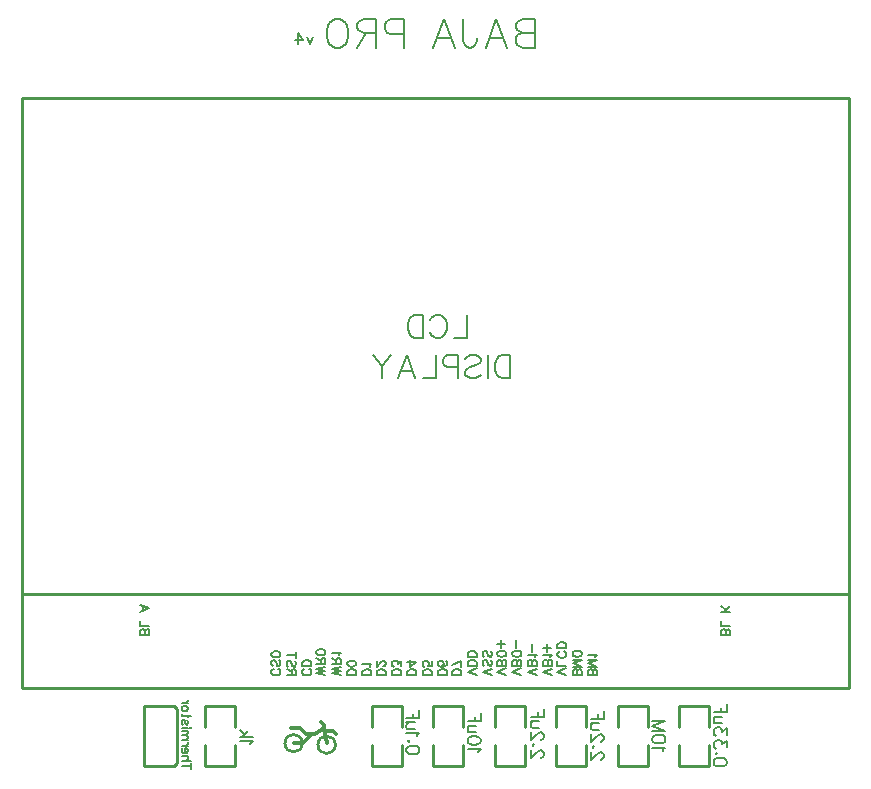
<source format=gbo>
G04 Layer: BottomSilkLayer*
G04 EasyEDA v6.4.25, 2021-11-06T18:35:38+01:00*
G04 257399e89a0843229902440734c7eb75,b8d8dd1b48584f29be867e52f4c70977,10*
G04 Gerber Generator version 0.2*
G04 Scale: 100 percent, Rotated: No, Reflected: No *
G04 Dimensions in millimeters *
G04 leading zeros omitted , absolute positions ,4 integer and 5 decimal *
%FSLAX45Y45*%
%MOMM*%

%ADD10C,0.2540*%
%ADD31C,0.2032*%
%ADD33C,0.1524*%
%ADD34C,0.3500*%

%LPD*%
D31*
X4504568Y-101600D02*
G01*
X4504568Y-340235D01*
X4504568Y-101600D02*
G01*
X4402294Y-101600D01*
X4368205Y-112963D01*
X4356841Y-124327D01*
X4345477Y-147055D01*
X4345477Y-169781D01*
X4356841Y-192509D01*
X4368205Y-203873D01*
X4402294Y-215237D01*
X4504568Y-215237D02*
G01*
X4402294Y-215237D01*
X4368205Y-226601D01*
X4356841Y-237964D01*
X4345477Y-260690D01*
X4345477Y-294782D01*
X4356841Y-317510D01*
X4368205Y-328874D01*
X4402294Y-340235D01*
X4504568Y-340235D01*
X4179567Y-101600D02*
G01*
X4270476Y-340235D01*
X4179567Y-101600D02*
G01*
X4088658Y-340235D01*
X4236387Y-260690D02*
G01*
X4122750Y-260690D01*
X3900022Y-101600D02*
G01*
X3900022Y-283418D01*
X3911386Y-317510D01*
X3922750Y-328874D01*
X3945478Y-340235D01*
X3968203Y-340235D01*
X3990931Y-328874D01*
X4002295Y-317510D01*
X4013659Y-283418D01*
X4013659Y-260690D01*
X3734114Y-101600D02*
G01*
X3825024Y-340235D01*
X3734114Y-101600D02*
G01*
X3643205Y-340235D01*
X3790932Y-260690D02*
G01*
X3677295Y-260690D01*
X3393203Y-101600D02*
G01*
X3393203Y-340235D01*
X3393203Y-101600D02*
G01*
X3290933Y-101600D01*
X3256841Y-112963D01*
X3245477Y-124327D01*
X3234113Y-147055D01*
X3234113Y-181145D01*
X3245477Y-203873D01*
X3256841Y-215237D01*
X3290933Y-226601D01*
X3393203Y-226601D01*
X3159114Y-101600D02*
G01*
X3159114Y-340235D01*
X3159114Y-101600D02*
G01*
X3056841Y-101600D01*
X3022749Y-112963D01*
X3011385Y-124327D01*
X3000021Y-147055D01*
X3000021Y-169781D01*
X3011385Y-192509D01*
X3022749Y-203873D01*
X3056841Y-215237D01*
X3159114Y-215237D01*
X3079569Y-215237D02*
G01*
X3000021Y-340235D01*
X2856842Y-101600D02*
G01*
X2879567Y-112963D01*
X2902295Y-135691D01*
X2913659Y-158417D01*
X2925023Y-192509D01*
X2925023Y-249326D01*
X2913659Y-283418D01*
X2902295Y-306146D01*
X2879567Y-328874D01*
X2856842Y-340235D01*
X2811386Y-340235D01*
X2788658Y-328874D01*
X2765933Y-306146D01*
X2754569Y-283418D01*
X2743205Y-249326D01*
X2743205Y-192509D01*
X2754569Y-158417D01*
X2765933Y-135691D01*
X2788658Y-112963D01*
X2811386Y-101600D01*
X2856842Y-101600D01*
X2629230Y-247718D02*
G01*
X2601955Y-311353D01*
X2574683Y-247718D02*
G01*
X2601955Y-311353D01*
X2499230Y-215900D02*
G01*
X2544683Y-279534D01*
X2476502Y-279534D01*
X2499230Y-215900D02*
G01*
X2499230Y-311353D01*
X4296986Y-2946397D02*
G01*
X4296986Y-3140359D01*
X4296986Y-2946397D02*
G01*
X4232330Y-2946397D01*
X4204622Y-2955632D01*
X4186148Y-2974106D01*
X4176913Y-2992579D01*
X4167677Y-3020288D01*
X4167677Y-3066470D01*
X4176913Y-3094179D01*
X4186148Y-3112650D01*
X4204622Y-3131124D01*
X4232330Y-3140359D01*
X4296986Y-3140359D01*
X4106717Y-2946397D02*
G01*
X4106717Y-3140359D01*
X3916446Y-2974106D02*
G01*
X3934919Y-2955632D01*
X3962628Y-2946397D01*
X3999575Y-2946397D01*
X4027284Y-2955632D01*
X4045757Y-2974106D01*
X4045757Y-2992579D01*
X4036519Y-3011050D01*
X4027284Y-3020288D01*
X4008810Y-3029524D01*
X3953393Y-3047997D01*
X3934919Y-3057232D01*
X3925684Y-3066470D01*
X3916446Y-3084941D01*
X3916446Y-3112650D01*
X3934919Y-3131124D01*
X3962628Y-3140359D01*
X3999575Y-3140359D01*
X4027284Y-3131124D01*
X4045757Y-3112650D01*
X3855486Y-2946397D02*
G01*
X3855486Y-3140359D01*
X3855486Y-2946397D02*
G01*
X3772359Y-2946397D01*
X3744650Y-2955632D01*
X3735415Y-2964870D01*
X3726177Y-2983341D01*
X3726177Y-3011050D01*
X3735415Y-3029524D01*
X3744650Y-3038759D01*
X3772359Y-3047997D01*
X3855486Y-3047997D01*
X3665217Y-2946397D02*
G01*
X3665217Y-3140359D01*
X3665217Y-3140359D02*
G01*
X3554382Y-3140359D01*
X3419530Y-2946397D02*
G01*
X3493422Y-3140359D01*
X3419530Y-2946397D02*
G01*
X3345639Y-3140359D01*
X3465713Y-3075706D02*
G01*
X3373348Y-3075706D01*
X3284679Y-2946397D02*
G01*
X3210788Y-3038759D01*
X3210788Y-3140359D01*
X3136897Y-2946397D02*
G01*
X3210788Y-3038759D01*
X3929606Y-2603497D02*
G01*
X3929606Y-2797462D01*
X3929606Y-2797462D02*
G01*
X3818768Y-2797462D01*
X3619263Y-2649679D02*
G01*
X3628499Y-2631206D01*
X3646972Y-2612735D01*
X3665446Y-2603497D01*
X3702390Y-2603497D01*
X3720863Y-2612735D01*
X3739337Y-2631206D01*
X3748572Y-2649679D01*
X3757808Y-2677388D01*
X3757808Y-2723570D01*
X3748572Y-2751279D01*
X3739337Y-2769753D01*
X3720863Y-2788226D01*
X3702390Y-2797462D01*
X3665446Y-2797462D01*
X3646972Y-2788226D01*
X3628499Y-2769753D01*
X3619263Y-2751279D01*
X3558303Y-2603497D02*
G01*
X3558303Y-2797462D01*
X3558303Y-2603497D02*
G01*
X3493648Y-2603497D01*
X3465939Y-2612735D01*
X3447465Y-2631206D01*
X3438230Y-2649679D01*
X3428994Y-2677388D01*
X3428994Y-2723570D01*
X3438230Y-2751279D01*
X3447465Y-2769753D01*
X3465939Y-2788226D01*
X3493648Y-2797462D01*
X3558303Y-2797462D01*
X2333162Y-5601268D02*
G01*
X2340528Y-5604824D01*
X2347894Y-5612190D01*
X2351450Y-5619302D01*
X2351450Y-5634034D01*
X2347894Y-5641146D01*
X2340528Y-5648512D01*
X2333162Y-5652068D01*
X2322240Y-5655878D01*
X2304206Y-5655878D01*
X2293284Y-5652068D01*
X2285918Y-5648512D01*
X2278806Y-5641146D01*
X2274996Y-5634034D01*
X2274996Y-5619302D01*
X2278806Y-5612190D01*
X2285918Y-5604824D01*
X2293284Y-5601268D01*
X2340528Y-5526338D02*
G01*
X2347894Y-5533704D01*
X2351450Y-5544626D01*
X2351450Y-5559104D01*
X2347894Y-5570026D01*
X2340528Y-5577138D01*
X2333162Y-5577138D01*
X2326050Y-5573582D01*
X2322240Y-5570026D01*
X2318684Y-5562660D01*
X2311318Y-5540816D01*
X2307762Y-5533704D01*
X2304206Y-5529894D01*
X2296840Y-5526338D01*
X2285918Y-5526338D01*
X2278806Y-5533704D01*
X2274996Y-5544626D01*
X2274996Y-5559104D01*
X2278806Y-5570026D01*
X2285918Y-5577138D01*
X2351450Y-5480618D02*
G01*
X2347894Y-5491540D01*
X2336972Y-5498652D01*
X2318684Y-5502208D01*
X2307762Y-5502208D01*
X2289728Y-5498652D01*
X2278806Y-5491540D01*
X2274996Y-5480618D01*
X2274996Y-5473252D01*
X2278806Y-5462330D01*
X2289728Y-5454964D01*
X2307762Y-5451408D01*
X2318684Y-5451408D01*
X2336972Y-5454964D01*
X2347894Y-5462330D01*
X2351450Y-5473252D01*
X2351450Y-5480618D01*
X2481425Y-5655746D02*
G01*
X2404971Y-5655746D01*
X2481425Y-5655746D02*
G01*
X2481425Y-5622980D01*
X2477869Y-5612058D01*
X2474059Y-5608502D01*
X2466947Y-5604946D01*
X2459581Y-5604946D01*
X2452469Y-5608502D01*
X2448659Y-5612058D01*
X2445103Y-5622980D01*
X2445103Y-5655746D01*
X2445103Y-5630346D02*
G01*
X2404971Y-5604946D01*
X2470503Y-5530016D02*
G01*
X2477869Y-5537128D01*
X2481425Y-5548050D01*
X2481425Y-5562782D01*
X2477869Y-5573704D01*
X2470503Y-5580816D01*
X2463137Y-5580816D01*
X2456025Y-5577260D01*
X2452469Y-5573704D01*
X2448659Y-5566338D01*
X2441547Y-5544494D01*
X2437737Y-5537128D01*
X2434181Y-5533572D01*
X2426815Y-5530016D01*
X2415893Y-5530016D01*
X2408781Y-5537128D01*
X2404971Y-5548050D01*
X2404971Y-5562782D01*
X2408781Y-5573704D01*
X2415893Y-5580816D01*
X2481425Y-5480486D02*
G01*
X2404971Y-5480486D01*
X2481425Y-5505886D02*
G01*
X2481425Y-5455086D01*
X2593134Y-5601345D02*
G01*
X2600500Y-5604901D01*
X2607866Y-5612267D01*
X2611422Y-5619379D01*
X2611422Y-5633857D01*
X2607866Y-5641223D01*
X2600500Y-5648589D01*
X2593134Y-5652145D01*
X2582466Y-5655701D01*
X2564178Y-5655701D01*
X2553256Y-5652145D01*
X2545890Y-5648589D01*
X2538778Y-5641223D01*
X2534968Y-5633857D01*
X2534968Y-5619379D01*
X2538778Y-5612267D01*
X2545890Y-5604901D01*
X2553256Y-5601345D01*
X2611422Y-5577215D02*
G01*
X2534968Y-5577215D01*
X2611422Y-5577215D02*
G01*
X2611422Y-5551815D01*
X2607866Y-5540893D01*
X2600500Y-5533527D01*
X2593134Y-5529971D01*
X2582466Y-5526415D01*
X2564178Y-5526415D01*
X2553256Y-5529971D01*
X2545890Y-5533527D01*
X2538778Y-5540893D01*
X2534968Y-5551815D01*
X2534968Y-5577215D01*
X2731424Y-5655810D02*
G01*
X2654970Y-5637522D01*
X2731424Y-5619488D02*
G01*
X2654970Y-5637522D01*
X2731424Y-5619488D02*
G01*
X2654970Y-5601200D01*
X2731424Y-5583166D02*
G01*
X2654970Y-5601200D01*
X2731424Y-5559036D02*
G01*
X2654970Y-5559036D01*
X2731424Y-5559036D02*
G01*
X2731424Y-5526270D01*
X2727868Y-5515348D01*
X2724058Y-5511792D01*
X2716946Y-5508236D01*
X2709580Y-5508236D01*
X2702468Y-5511792D01*
X2698658Y-5515348D01*
X2695102Y-5526270D01*
X2695102Y-5559036D01*
X2695102Y-5533636D02*
G01*
X2654970Y-5508236D01*
X2731424Y-5462262D02*
G01*
X2727868Y-5473184D01*
X2716946Y-5480550D01*
X2698658Y-5484106D01*
X2687736Y-5484106D01*
X2669702Y-5480550D01*
X2658780Y-5473184D01*
X2654970Y-5462262D01*
X2654970Y-5455150D01*
X2658780Y-5444228D01*
X2669702Y-5436862D01*
X2687736Y-5433306D01*
X2698658Y-5433306D01*
X2716946Y-5436862D01*
X2727868Y-5444228D01*
X2731424Y-5455150D01*
X2731424Y-5462262D01*
X2861424Y-5655762D02*
G01*
X2784970Y-5637474D01*
X2861424Y-5619440D02*
G01*
X2784970Y-5637474D01*
X2861424Y-5619440D02*
G01*
X2784970Y-5601152D01*
X2861424Y-5583118D02*
G01*
X2784970Y-5601152D01*
X2861424Y-5558988D02*
G01*
X2784970Y-5558988D01*
X2861424Y-5558988D02*
G01*
X2861424Y-5526222D01*
X2857868Y-5515300D01*
X2854058Y-5511744D01*
X2846946Y-5508188D01*
X2839580Y-5508188D01*
X2832468Y-5511744D01*
X2828658Y-5515300D01*
X2825102Y-5526222D01*
X2825102Y-5558988D01*
X2825102Y-5533588D02*
G01*
X2784970Y-5508188D01*
X2846946Y-5484058D02*
G01*
X2850502Y-5476946D01*
X2861424Y-5466024D01*
X2784970Y-5466024D01*
X2991426Y-5655716D02*
G01*
X2914972Y-5655716D01*
X2991426Y-5655716D02*
G01*
X2991426Y-5630316D01*
X2987870Y-5619394D01*
X2980504Y-5612028D01*
X2973138Y-5608472D01*
X2962470Y-5604916D01*
X2944182Y-5604916D01*
X2933260Y-5608472D01*
X2925894Y-5612028D01*
X2918782Y-5619394D01*
X2914972Y-5630316D01*
X2914972Y-5655716D01*
X2991426Y-5558942D02*
G01*
X2987870Y-5569864D01*
X2976948Y-5577230D01*
X2958660Y-5580786D01*
X2947738Y-5580786D01*
X2929704Y-5577230D01*
X2918782Y-5569864D01*
X2914972Y-5558942D01*
X2914972Y-5551830D01*
X2918782Y-5540908D01*
X2929704Y-5533542D01*
X2947738Y-5529986D01*
X2958660Y-5529986D01*
X2976948Y-5533542D01*
X2987870Y-5540908D01*
X2991426Y-5551830D01*
X2991426Y-5558942D01*
X3121423Y-5655665D02*
G01*
X3044969Y-5655665D01*
X3121423Y-5655665D02*
G01*
X3121423Y-5630265D01*
X3117867Y-5619343D01*
X3110501Y-5612231D01*
X3103135Y-5608421D01*
X3092467Y-5604865D01*
X3074179Y-5604865D01*
X3063257Y-5608421D01*
X3055891Y-5612231D01*
X3048779Y-5619343D01*
X3044969Y-5630265D01*
X3044969Y-5655665D01*
X3106945Y-5580989D02*
G01*
X3110501Y-5573623D01*
X3121423Y-5562701D01*
X3044969Y-5562701D01*
X3241420Y-5655774D02*
G01*
X3164966Y-5655774D01*
X3241420Y-5655774D02*
G01*
X3241420Y-5630374D01*
X3237865Y-5619452D01*
X3230499Y-5612086D01*
X3223133Y-5608530D01*
X3212465Y-5604974D01*
X3194177Y-5604974D01*
X3183254Y-5608530D01*
X3175888Y-5612086D01*
X3168777Y-5619452D01*
X3164966Y-5630374D01*
X3164966Y-5655774D01*
X3223133Y-5577288D02*
G01*
X3226943Y-5577288D01*
X3234054Y-5573478D01*
X3237865Y-5569922D01*
X3241420Y-5562810D01*
X3241420Y-5548078D01*
X3237865Y-5540966D01*
X3234054Y-5537156D01*
X3226943Y-5533600D01*
X3219577Y-5533600D01*
X3212465Y-5537156D01*
X3201543Y-5544522D01*
X3164966Y-5580844D01*
X3164966Y-5530044D01*
X3371425Y-5655731D02*
G01*
X3294971Y-5655731D01*
X3371425Y-5655731D02*
G01*
X3371425Y-5630331D01*
X3367869Y-5619409D01*
X3360503Y-5612043D01*
X3353137Y-5608487D01*
X3342469Y-5604931D01*
X3324181Y-5604931D01*
X3313259Y-5608487D01*
X3305893Y-5612043D01*
X3298781Y-5619409D01*
X3294971Y-5630331D01*
X3294971Y-5655731D01*
X3371425Y-5573689D02*
G01*
X3371425Y-5533557D01*
X3342469Y-5555401D01*
X3342469Y-5544479D01*
X3338659Y-5537113D01*
X3335103Y-5533557D01*
X3324181Y-5530001D01*
X3316815Y-5530001D01*
X3305893Y-5533557D01*
X3298781Y-5540923D01*
X3294971Y-5551845D01*
X3294971Y-5562767D01*
X3298781Y-5573689D01*
X3302337Y-5577245D01*
X3309703Y-5580801D01*
X3501420Y-5655678D02*
G01*
X3424966Y-5655678D01*
X3501420Y-5655678D02*
G01*
X3501420Y-5630278D01*
X3497864Y-5619356D01*
X3490498Y-5612244D01*
X3483132Y-5608434D01*
X3472464Y-5604878D01*
X3454176Y-5604878D01*
X3443254Y-5608434D01*
X3435888Y-5612244D01*
X3428776Y-5619356D01*
X3424966Y-5630278D01*
X3424966Y-5655678D01*
X3501420Y-5544426D02*
G01*
X3450620Y-5580748D01*
X3450620Y-5526392D01*
X3501420Y-5544426D02*
G01*
X3424966Y-5544426D01*
X3631420Y-5655884D02*
G01*
X3554966Y-5655884D01*
X3631420Y-5655884D02*
G01*
X3631420Y-5630230D01*
X3627864Y-5619308D01*
X3620498Y-5612196D01*
X3613132Y-5608386D01*
X3602464Y-5604830D01*
X3584176Y-5604830D01*
X3573254Y-5608386D01*
X3565888Y-5612196D01*
X3558776Y-5619308D01*
X3554966Y-5630230D01*
X3554966Y-5655884D01*
X3631420Y-5537266D02*
G01*
X3631420Y-5573588D01*
X3598654Y-5577144D01*
X3602464Y-5573588D01*
X3606020Y-5562666D01*
X3606020Y-5551744D01*
X3602464Y-5540822D01*
X3595098Y-5533710D01*
X3584176Y-5529900D01*
X3576810Y-5529900D01*
X3565888Y-5533710D01*
X3558776Y-5540822D01*
X3554966Y-5551744D01*
X3554966Y-5562666D01*
X3558776Y-5573588D01*
X3562332Y-5577144D01*
X3569698Y-5580954D01*
X3761425Y-5655840D02*
G01*
X3684971Y-5655840D01*
X3761425Y-5655840D02*
G01*
X3761425Y-5630440D01*
X3757869Y-5619518D01*
X3750503Y-5612152D01*
X3743137Y-5608596D01*
X3732469Y-5604786D01*
X3714181Y-5604786D01*
X3703259Y-5608596D01*
X3695893Y-5612152D01*
X3688781Y-5619518D01*
X3684971Y-5630440D01*
X3684971Y-5655840D01*
X3750503Y-5537222D02*
G01*
X3757869Y-5540778D01*
X3761425Y-5551700D01*
X3761425Y-5559066D01*
X3757869Y-5569988D01*
X3746947Y-5577354D01*
X3728659Y-5580910D01*
X3710625Y-5580910D01*
X3695893Y-5577354D01*
X3688781Y-5569988D01*
X3684971Y-5559066D01*
X3684971Y-5555510D01*
X3688781Y-5544588D01*
X3695893Y-5537222D01*
X3706815Y-5533666D01*
X3710625Y-5533666D01*
X3721547Y-5537222D01*
X3728659Y-5544588D01*
X3732469Y-5555510D01*
X3732469Y-5559066D01*
X3728659Y-5569988D01*
X3721547Y-5577354D01*
X3710625Y-5580910D01*
X3881422Y-5655696D02*
G01*
X3804968Y-5655696D01*
X3881422Y-5655696D02*
G01*
X3881422Y-5630296D01*
X3877866Y-5619374D01*
X3870500Y-5612262D01*
X3863134Y-5608452D01*
X3852466Y-5604896D01*
X3834178Y-5604896D01*
X3823256Y-5608452D01*
X3815890Y-5612262D01*
X3808778Y-5619374D01*
X3804968Y-5630296D01*
X3804968Y-5655696D01*
X3881422Y-5529966D02*
G01*
X3804968Y-5566288D01*
X3881422Y-5580766D02*
G01*
X3881422Y-5529966D01*
X4011422Y-5655901D02*
G01*
X3934968Y-5626691D01*
X4011422Y-5597481D02*
G01*
X3934968Y-5626691D01*
X4011422Y-5573605D02*
G01*
X3934968Y-5573605D01*
X4011422Y-5573605D02*
G01*
X4011422Y-5548205D01*
X4007865Y-5537283D01*
X4000500Y-5529917D01*
X3993134Y-5526361D01*
X3982465Y-5522805D01*
X3964177Y-5522805D01*
X3953256Y-5526361D01*
X3945890Y-5529917D01*
X3938777Y-5537283D01*
X3934968Y-5548205D01*
X3934968Y-5573605D01*
X4011422Y-5498675D02*
G01*
X3934968Y-5498675D01*
X4011422Y-5498675D02*
G01*
X4011422Y-5473275D01*
X4007865Y-5462353D01*
X4000500Y-5454987D01*
X3993134Y-5451431D01*
X3982465Y-5447875D01*
X3964177Y-5447875D01*
X3953256Y-5451431D01*
X3945890Y-5454987D01*
X3938777Y-5462353D01*
X3934968Y-5473275D01*
X3934968Y-5498675D01*
X4141419Y-5655851D02*
G01*
X4064965Y-5626641D01*
X4141419Y-5597685D02*
G01*
X4064965Y-5626641D01*
X4130497Y-5522755D02*
G01*
X4137863Y-5529867D01*
X4141419Y-5540789D01*
X4141419Y-5555521D01*
X4137863Y-5566443D01*
X4130497Y-5573555D01*
X4123131Y-5573555D01*
X4116019Y-5569999D01*
X4112463Y-5566443D01*
X4108653Y-5559077D01*
X4101541Y-5537233D01*
X4097731Y-5529867D01*
X4094175Y-5526311D01*
X4086809Y-5522755D01*
X4075887Y-5522755D01*
X4068775Y-5529867D01*
X4064965Y-5540789D01*
X4064965Y-5555521D01*
X4068775Y-5566443D01*
X4075887Y-5573555D01*
X4130497Y-5447825D02*
G01*
X4137863Y-5454937D01*
X4141419Y-5465859D01*
X4141419Y-5480591D01*
X4137863Y-5491513D01*
X4130497Y-5498625D01*
X4123131Y-5498625D01*
X4116019Y-5495069D01*
X4112463Y-5491513D01*
X4108653Y-5484147D01*
X4101541Y-5462303D01*
X4097731Y-5454937D01*
X4094175Y-5451381D01*
X4086809Y-5447825D01*
X4075887Y-5447825D01*
X4068775Y-5454937D01*
X4064965Y-5465859D01*
X4064965Y-5480591D01*
X4068775Y-5491513D01*
X4075887Y-5498625D01*
X4261418Y-5655713D02*
G01*
X4184964Y-5626757D01*
X4261418Y-5597547D02*
G01*
X4184964Y-5626757D01*
X4261418Y-5573671D02*
G01*
X4184964Y-5573671D01*
X4261418Y-5573671D02*
G01*
X4261418Y-5540905D01*
X4257862Y-5529983D01*
X4254052Y-5526427D01*
X4246940Y-5522617D01*
X4239574Y-5522617D01*
X4232462Y-5526427D01*
X4228652Y-5529983D01*
X4225096Y-5540905D01*
X4225096Y-5573671D02*
G01*
X4225096Y-5540905D01*
X4221540Y-5529983D01*
X4217730Y-5526427D01*
X4210618Y-5522617D01*
X4199696Y-5522617D01*
X4192330Y-5526427D01*
X4188774Y-5529983D01*
X4184964Y-5540905D01*
X4184964Y-5573671D01*
X4261418Y-5476897D02*
G01*
X4257862Y-5487819D01*
X4246940Y-5494931D01*
X4228652Y-5498741D01*
X4217730Y-5498741D01*
X4199696Y-5494931D01*
X4188774Y-5487819D01*
X4184964Y-5476897D01*
X4184964Y-5469531D01*
X4188774Y-5458609D01*
X4199696Y-5451497D01*
X4217730Y-5447687D01*
X4228652Y-5447687D01*
X4246940Y-5451497D01*
X4257862Y-5458609D01*
X4261418Y-5469531D01*
X4261418Y-5476897D01*
X4250496Y-5391045D02*
G01*
X4184964Y-5391045D01*
X4217730Y-5423811D02*
G01*
X4217730Y-5358279D01*
X4391418Y-5655665D02*
G01*
X4314964Y-5626709D01*
X4391418Y-5597499D02*
G01*
X4314964Y-5626709D01*
X4391418Y-5573623D02*
G01*
X4314964Y-5573623D01*
X4391418Y-5573623D02*
G01*
X4391418Y-5540857D01*
X4387862Y-5529935D01*
X4384052Y-5526379D01*
X4376940Y-5522569D01*
X4369574Y-5522569D01*
X4362462Y-5526379D01*
X4358652Y-5529935D01*
X4355096Y-5540857D01*
X4355096Y-5573623D02*
G01*
X4355096Y-5540857D01*
X4351540Y-5529935D01*
X4347730Y-5526379D01*
X4340618Y-5522569D01*
X4329696Y-5522569D01*
X4322330Y-5526379D01*
X4318774Y-5529935D01*
X4314964Y-5540857D01*
X4314964Y-5573623D01*
X4391418Y-5476849D02*
G01*
X4387862Y-5487771D01*
X4376940Y-5495137D01*
X4358652Y-5498693D01*
X4347730Y-5498693D01*
X4329696Y-5495137D01*
X4318774Y-5487771D01*
X4314964Y-5476849D01*
X4314964Y-5469483D01*
X4318774Y-5458815D01*
X4329696Y-5451449D01*
X4347730Y-5447893D01*
X4358652Y-5447893D01*
X4376940Y-5451449D01*
X4387862Y-5458815D01*
X4391418Y-5469483D01*
X4391418Y-5476849D01*
X4347730Y-5423763D02*
G01*
X4347730Y-5358231D01*
X4521415Y-5655868D02*
G01*
X4444961Y-5626658D01*
X4521415Y-5597702D02*
G01*
X4444961Y-5626658D01*
X4521415Y-5573572D02*
G01*
X4444961Y-5573572D01*
X4521415Y-5573572D02*
G01*
X4521415Y-5540806D01*
X4517859Y-5529884D01*
X4514049Y-5526328D01*
X4506937Y-5522772D01*
X4499571Y-5522772D01*
X4492459Y-5526328D01*
X4488649Y-5529884D01*
X4485093Y-5540806D01*
X4485093Y-5573572D02*
G01*
X4485093Y-5540806D01*
X4481537Y-5529884D01*
X4477727Y-5526328D01*
X4470615Y-5522772D01*
X4459693Y-5522772D01*
X4452327Y-5526328D01*
X4448771Y-5529884D01*
X4444961Y-5540806D01*
X4444961Y-5573572D01*
X4506937Y-5498642D02*
G01*
X4510493Y-5491530D01*
X4521415Y-5480608D01*
X4444961Y-5480608D01*
X4477727Y-5456478D02*
G01*
X4477727Y-5390946D01*
X4651415Y-5655820D02*
G01*
X4574961Y-5626610D01*
X4651415Y-5597654D02*
G01*
X4574961Y-5626610D01*
X4651415Y-5573524D02*
G01*
X4574961Y-5573524D01*
X4651415Y-5573524D02*
G01*
X4651415Y-5540758D01*
X4647859Y-5529836D01*
X4644049Y-5526280D01*
X4636937Y-5522724D01*
X4629571Y-5522724D01*
X4622459Y-5526280D01*
X4618649Y-5529836D01*
X4615093Y-5540758D01*
X4615093Y-5573524D02*
G01*
X4615093Y-5540758D01*
X4611537Y-5529836D01*
X4607727Y-5526280D01*
X4600615Y-5522724D01*
X4589693Y-5522724D01*
X4582327Y-5526280D01*
X4578771Y-5529836D01*
X4574961Y-5540758D01*
X4574961Y-5573524D01*
X4636937Y-5498594D02*
G01*
X4640493Y-5491482D01*
X4651415Y-5480560D01*
X4574961Y-5480560D01*
X4640493Y-5423664D02*
G01*
X4574961Y-5423664D01*
X4607727Y-5456430D02*
G01*
X4607727Y-5391152D01*
X4771415Y-5655678D02*
G01*
X4694961Y-5626722D01*
X4771415Y-5597512D02*
G01*
X4694961Y-5626722D01*
X4771415Y-5573636D02*
G01*
X4694961Y-5573636D01*
X4694961Y-5573636D02*
G01*
X4694961Y-5529948D01*
X4753127Y-5451462D02*
G01*
X4760493Y-5455018D01*
X4767859Y-5462384D01*
X4771415Y-5469496D01*
X4771415Y-5484228D01*
X4767859Y-5491340D01*
X4760493Y-5498706D01*
X4753127Y-5502262D01*
X4742459Y-5506072D01*
X4724171Y-5506072D01*
X4713249Y-5502262D01*
X4705883Y-5498706D01*
X4698771Y-5491340D01*
X4694961Y-5484228D01*
X4694961Y-5469496D01*
X4698771Y-5462384D01*
X4705883Y-5455018D01*
X4713249Y-5451462D01*
X4771415Y-5427332D02*
G01*
X4694961Y-5427332D01*
X4771415Y-5427332D02*
G01*
X4771415Y-5401932D01*
X4767859Y-5391010D01*
X4760493Y-5383898D01*
X4753127Y-5380088D01*
X4742459Y-5376532D01*
X4724171Y-5376532D01*
X4713249Y-5380088D01*
X4705883Y-5383898D01*
X4698771Y-5391010D01*
X4694961Y-5401932D01*
X4694961Y-5427332D01*
X4901417Y-5655886D02*
G01*
X4824963Y-5655886D01*
X4901417Y-5655886D02*
G01*
X4901417Y-5623120D01*
X4897861Y-5612198D01*
X4894051Y-5608388D01*
X4886939Y-5604832D01*
X4879573Y-5604832D01*
X4872461Y-5608388D01*
X4868651Y-5612198D01*
X4865095Y-5623120D01*
X4865095Y-5655886D02*
G01*
X4865095Y-5623120D01*
X4861539Y-5612198D01*
X4857729Y-5608388D01*
X4850617Y-5604832D01*
X4839695Y-5604832D01*
X4832329Y-5608388D01*
X4828773Y-5612198D01*
X4824963Y-5623120D01*
X4824963Y-5655886D01*
X4901417Y-5580956D02*
G01*
X4824963Y-5580956D01*
X4901417Y-5580956D02*
G01*
X4824963Y-5551746D01*
X4901417Y-5522790D02*
G01*
X4824963Y-5551746D01*
X4901417Y-5522790D02*
G01*
X4824963Y-5522790D01*
X4901417Y-5476816D02*
G01*
X4897861Y-5487738D01*
X4886939Y-5495104D01*
X4868651Y-5498660D01*
X4857729Y-5498660D01*
X4839695Y-5495104D01*
X4828773Y-5487738D01*
X4824963Y-5476816D01*
X4824963Y-5469704D01*
X4828773Y-5458782D01*
X4839695Y-5451416D01*
X4857729Y-5447860D01*
X4868651Y-5447860D01*
X4886939Y-5451416D01*
X4897861Y-5458782D01*
X4901417Y-5469704D01*
X4901417Y-5476816D01*
X5031417Y-5655838D02*
G01*
X4954963Y-5655838D01*
X5031417Y-5655838D02*
G01*
X5031417Y-5623072D01*
X5027861Y-5612150D01*
X5024051Y-5608594D01*
X5016939Y-5604784D01*
X5009573Y-5604784D01*
X5002461Y-5608594D01*
X4998651Y-5612150D01*
X4995095Y-5623072D01*
X4995095Y-5655838D02*
G01*
X4995095Y-5623072D01*
X4991539Y-5612150D01*
X4987729Y-5608594D01*
X4980617Y-5604784D01*
X4969695Y-5604784D01*
X4962329Y-5608594D01*
X4958773Y-5612150D01*
X4954963Y-5623072D01*
X4954963Y-5655838D01*
X5031417Y-5580908D02*
G01*
X4954963Y-5580908D01*
X5031417Y-5580908D02*
G01*
X4954963Y-5551698D01*
X5031417Y-5522742D02*
G01*
X4954963Y-5551698D01*
X5031417Y-5522742D02*
G01*
X4954963Y-5522742D01*
X5016939Y-5498612D02*
G01*
X5020495Y-5491500D01*
X5031417Y-5480578D01*
X4954963Y-5480578D01*
X6158478Y-5315821D02*
G01*
X6082024Y-5315821D01*
X6158478Y-5315821D02*
G01*
X6158478Y-5283309D01*
X6154922Y-5272387D01*
X6151112Y-5268577D01*
X6144000Y-5265021D01*
X6136634Y-5265021D01*
X6129522Y-5268577D01*
X6125712Y-5272387D01*
X6122156Y-5283309D01*
X6122156Y-5315821D02*
G01*
X6122156Y-5283309D01*
X6118600Y-5272387D01*
X6114790Y-5268577D01*
X6107678Y-5265021D01*
X6096756Y-5265021D01*
X6089390Y-5268577D01*
X6085834Y-5272387D01*
X6082024Y-5283309D01*
X6082024Y-5315821D01*
X6158478Y-5241145D02*
G01*
X6082024Y-5241145D01*
X6082024Y-5241145D02*
G01*
X6082024Y-5197457D01*
X6158478Y-5117447D02*
G01*
X6082024Y-5117447D01*
X6158478Y-5066393D02*
G01*
X6107678Y-5117447D01*
X6125712Y-5099159D02*
G01*
X6082024Y-5066393D01*
X1241323Y-5315770D02*
G01*
X1165123Y-5315770D01*
X1241323Y-5315770D02*
G01*
X1241323Y-5283004D01*
X1237767Y-5272082D01*
X1234211Y-5268526D01*
X1226845Y-5264970D01*
X1219733Y-5264970D01*
X1212367Y-5268526D01*
X1208811Y-5272082D01*
X1205001Y-5283004D01*
X1205001Y-5315770D02*
G01*
X1205001Y-5283004D01*
X1201445Y-5272082D01*
X1197889Y-5268526D01*
X1190523Y-5264970D01*
X1179601Y-5264970D01*
X1172235Y-5268526D01*
X1168679Y-5272082D01*
X1165123Y-5283004D01*
X1165123Y-5315770D01*
X1241323Y-5240840D02*
G01*
X1165123Y-5240840D01*
X1165123Y-5240840D02*
G01*
X1165123Y-5197152D01*
X1241323Y-5088186D02*
G01*
X1165123Y-5117142D01*
X1241323Y-5088186D02*
G01*
X1165123Y-5058976D01*
X1190523Y-5106220D02*
G01*
X1190523Y-5069898D01*
D33*
X4553458Y-6353175D02*
G01*
X4558791Y-6353175D01*
X4569206Y-6347840D01*
X4574286Y-6342761D01*
X4579365Y-6332346D01*
X4579365Y-6311519D01*
X4574286Y-6301104D01*
X4569206Y-6296025D01*
X4558791Y-6290690D01*
X4548377Y-6290690D01*
X4537963Y-6296025D01*
X4522215Y-6306185D01*
X4470400Y-6358254D01*
X4470400Y-6285611D01*
X4496308Y-6245987D02*
G01*
X4491227Y-6251320D01*
X4485893Y-6245987D01*
X4491227Y-6240906D01*
X4496308Y-6245987D01*
X4553458Y-6201282D02*
G01*
X4558791Y-6201282D01*
X4569206Y-6196203D01*
X4574286Y-6190869D01*
X4579365Y-6180454D01*
X4579365Y-6159880D01*
X4574286Y-6149467D01*
X4569206Y-6144132D01*
X4558791Y-6139053D01*
X4548377Y-6139053D01*
X4537963Y-6144132D01*
X4522215Y-6154546D01*
X4470400Y-6206617D01*
X4470400Y-6133719D01*
X4543043Y-6099429D02*
G01*
X4491227Y-6099429D01*
X4475479Y-6094348D01*
X4470400Y-6083935D01*
X4470400Y-6068440D01*
X4475479Y-6058027D01*
X4491227Y-6042279D01*
X4543043Y-6042279D02*
G01*
X4470400Y-6042279D01*
X4579365Y-6007988D02*
G01*
X4470400Y-6007988D01*
X4579365Y-6007988D02*
G01*
X4579365Y-5940425D01*
X4527550Y-6007988D02*
G01*
X4527550Y-5966587D01*
X5061458Y-6369050D02*
G01*
X5066791Y-6369050D01*
X5077206Y-6363715D01*
X5082286Y-6358636D01*
X5087365Y-6348221D01*
X5087365Y-6327394D01*
X5082286Y-6316979D01*
X5077206Y-6311900D01*
X5066791Y-6306565D01*
X5056377Y-6306565D01*
X5045963Y-6311900D01*
X5030215Y-6322060D01*
X4978400Y-6374129D01*
X4978400Y-6301486D01*
X5004308Y-6261862D02*
G01*
X4999227Y-6267195D01*
X4993893Y-6261862D01*
X4999227Y-6256781D01*
X5004308Y-6261862D01*
X5061458Y-6217157D02*
G01*
X5066791Y-6217157D01*
X5077206Y-6212078D01*
X5082286Y-6206744D01*
X5087365Y-6196329D01*
X5087365Y-6175755D01*
X5082286Y-6165342D01*
X5077206Y-6160007D01*
X5066791Y-6154928D01*
X5056377Y-6154928D01*
X5045963Y-6160007D01*
X5030215Y-6170421D01*
X4978400Y-6222492D01*
X4978400Y-6149594D01*
X5051043Y-6115304D02*
G01*
X4999227Y-6115304D01*
X4983479Y-6110223D01*
X4978400Y-6099810D01*
X4978400Y-6084315D01*
X4983479Y-6073902D01*
X4999227Y-6058154D01*
X5051043Y-6058154D02*
G01*
X4978400Y-6058154D01*
X5087365Y-6023863D02*
G01*
X4978400Y-6023863D01*
X5087365Y-6023863D02*
G01*
X5087365Y-5956300D01*
X5035550Y-6023863D02*
G01*
X5035550Y-5982462D01*
X6128765Y-6395844D02*
G01*
X6123686Y-6411592D01*
X6108191Y-6422006D01*
X6082029Y-6427086D01*
X6066536Y-6427086D01*
X6040627Y-6422006D01*
X6024879Y-6411592D01*
X6019800Y-6395844D01*
X6019800Y-6385430D01*
X6024879Y-6369936D01*
X6040627Y-6359522D01*
X6066536Y-6354442D01*
X6082029Y-6354442D01*
X6108191Y-6359522D01*
X6123686Y-6369936D01*
X6128765Y-6385430D01*
X6128765Y-6395844D01*
X6045708Y-6314818D02*
G01*
X6040627Y-6320152D01*
X6035293Y-6314818D01*
X6040627Y-6309738D01*
X6045708Y-6314818D01*
X6128765Y-6265034D02*
G01*
X6128765Y-6207884D01*
X6087363Y-6239126D01*
X6087363Y-6223378D01*
X6082029Y-6212964D01*
X6076950Y-6207884D01*
X6061456Y-6202550D01*
X6051041Y-6202550D01*
X6035293Y-6207884D01*
X6024879Y-6218298D01*
X6019800Y-6233792D01*
X6019800Y-6249286D01*
X6024879Y-6265034D01*
X6030213Y-6270114D01*
X6040627Y-6275448D01*
X6128765Y-6157846D02*
G01*
X6128765Y-6100696D01*
X6087363Y-6131938D01*
X6087363Y-6116444D01*
X6082029Y-6106030D01*
X6076950Y-6100696D01*
X6061456Y-6095616D01*
X6051041Y-6095616D01*
X6035293Y-6100696D01*
X6024879Y-6111110D01*
X6019800Y-6126858D01*
X6019800Y-6142352D01*
X6024879Y-6157846D01*
X6030213Y-6163180D01*
X6040627Y-6168260D01*
X6092443Y-6061326D02*
G01*
X6040627Y-6061326D01*
X6024879Y-6056246D01*
X6019800Y-6045832D01*
X6019800Y-6030084D01*
X6024879Y-6019670D01*
X6040627Y-6004176D01*
X6092443Y-6004176D02*
G01*
X6019800Y-6004176D01*
X6128765Y-5969886D02*
G01*
X6019800Y-5969886D01*
X6128765Y-5969886D02*
G01*
X6128765Y-5902322D01*
X6076950Y-5969886D02*
G01*
X6076950Y-5928230D01*
X3525265Y-6292725D02*
G01*
X3520186Y-6308473D01*
X3504691Y-6318887D01*
X3478529Y-6323967D01*
X3463036Y-6323967D01*
X3437127Y-6318887D01*
X3421379Y-6308473D01*
X3416300Y-6292725D01*
X3416300Y-6282311D01*
X3421379Y-6266817D01*
X3437127Y-6256403D01*
X3463036Y-6251323D01*
X3478529Y-6251323D01*
X3504691Y-6256403D01*
X3520186Y-6266817D01*
X3525265Y-6282311D01*
X3525265Y-6292725D01*
X3442208Y-6211699D02*
G01*
X3437127Y-6217033D01*
X3431793Y-6211699D01*
X3437127Y-6206619D01*
X3442208Y-6211699D01*
X3504691Y-6172329D02*
G01*
X3509772Y-6161915D01*
X3525265Y-6146167D01*
X3416300Y-6146167D01*
X3488943Y-6111877D02*
G01*
X3437127Y-6111877D01*
X3421379Y-6106797D01*
X3416300Y-6096383D01*
X3416300Y-6080889D01*
X3421379Y-6070475D01*
X3437127Y-6054727D01*
X3488943Y-6054727D02*
G01*
X3416300Y-6054727D01*
X3525265Y-6020437D02*
G01*
X3416300Y-6020437D01*
X3525265Y-6020437D02*
G01*
X3525265Y-5953127D01*
X3473450Y-6020437D02*
G01*
X3473450Y-5979035D01*
X5587491Y-6292471D02*
G01*
X5592572Y-6282057D01*
X5608065Y-6266563D01*
X5499100Y-6266563D01*
X5608065Y-6201031D02*
G01*
X5602986Y-6216525D01*
X5587491Y-6226939D01*
X5561329Y-6232273D01*
X5545836Y-6232273D01*
X5519927Y-6226939D01*
X5504179Y-6216525D01*
X5499100Y-6201031D01*
X5499100Y-6190617D01*
X5504179Y-6175123D01*
X5519927Y-6164709D01*
X5545836Y-6159375D01*
X5561329Y-6159375D01*
X5587491Y-6164709D01*
X5602986Y-6175123D01*
X5608065Y-6190617D01*
X5608065Y-6201031D01*
X5608065Y-6125085D02*
G01*
X5499100Y-6125085D01*
X5608065Y-6125085D02*
G01*
X5499100Y-6083683D01*
X5608065Y-6042027D02*
G01*
X5499100Y-6083683D01*
X5608065Y-6042027D02*
G01*
X5499100Y-6042027D01*
X2094989Y-6238750D02*
G01*
X2100069Y-6228336D01*
X2115563Y-6212842D01*
X2006597Y-6212842D01*
X2115563Y-6178552D02*
G01*
X2006597Y-6178552D01*
X2079241Y-6126482D02*
G01*
X2027425Y-6178552D01*
X2048253Y-6157724D02*
G01*
X2006597Y-6121402D01*
X4025391Y-6304917D02*
G01*
X4030472Y-6294503D01*
X4045965Y-6279009D01*
X3937000Y-6279009D01*
X4045965Y-6213477D02*
G01*
X4040886Y-6228971D01*
X4025391Y-6239385D01*
X3999229Y-6244719D01*
X3983736Y-6244719D01*
X3957827Y-6239385D01*
X3942079Y-6228971D01*
X3937000Y-6213477D01*
X3937000Y-6203063D01*
X3942079Y-6187569D01*
X3957827Y-6177155D01*
X3983736Y-6171821D01*
X3999229Y-6171821D01*
X4025391Y-6177155D01*
X4040886Y-6187569D01*
X4045965Y-6203063D01*
X4045965Y-6213477D01*
X4009643Y-6137531D02*
G01*
X3957827Y-6137531D01*
X3942079Y-6132451D01*
X3937000Y-6122037D01*
X3937000Y-6106543D01*
X3942079Y-6096129D01*
X3957827Y-6080381D01*
X4009643Y-6080381D02*
G01*
X3937000Y-6080381D01*
X4045965Y-6046091D02*
G01*
X3937000Y-6046091D01*
X4045965Y-6046091D02*
G01*
X4045965Y-5978527D01*
X3994150Y-6046091D02*
G01*
X3994150Y-6004689D01*
D31*
X1591055Y-6424295D02*
G01*
X1518157Y-6424295D01*
X1591055Y-6448425D02*
G01*
X1591055Y-6399911D01*
X1591055Y-6377051D02*
G01*
X1518157Y-6377051D01*
X1552955Y-6377051D02*
G01*
X1563370Y-6366637D01*
X1566671Y-6359779D01*
X1566671Y-6349364D01*
X1563370Y-6342506D01*
X1552955Y-6338951D01*
X1518157Y-6338951D01*
X1545844Y-6316090D02*
G01*
X1545844Y-6274435D01*
X1552955Y-6274435D01*
X1559813Y-6277990D01*
X1563370Y-6281546D01*
X1566671Y-6288404D01*
X1566671Y-6298819D01*
X1563370Y-6305677D01*
X1556257Y-6312535D01*
X1545844Y-6316090D01*
X1538986Y-6316090D01*
X1528571Y-6312535D01*
X1521713Y-6305677D01*
X1518157Y-6298819D01*
X1518157Y-6288404D01*
X1521713Y-6281546D01*
X1528571Y-6274435D01*
X1566671Y-6251575D02*
G01*
X1518157Y-6251575D01*
X1545844Y-6251575D02*
G01*
X1556257Y-6248272D01*
X1563370Y-6241414D01*
X1566671Y-6234303D01*
X1566671Y-6223888D01*
X1566671Y-6201029D02*
G01*
X1518157Y-6201029D01*
X1552955Y-6201029D02*
G01*
X1563370Y-6190614D01*
X1566671Y-6183756D01*
X1566671Y-6173343D01*
X1563370Y-6166485D01*
X1552955Y-6162929D01*
X1518157Y-6162929D01*
X1552955Y-6162929D02*
G01*
X1563370Y-6152514D01*
X1566671Y-6145656D01*
X1566671Y-6135243D01*
X1563370Y-6128385D01*
X1552955Y-6124829D01*
X1518157Y-6124829D01*
X1591055Y-6101969D02*
G01*
X1587500Y-6098667D01*
X1591055Y-6095111D01*
X1594357Y-6098667D01*
X1591055Y-6101969D01*
X1566671Y-6098667D02*
G01*
X1518157Y-6098667D01*
X1556257Y-6034151D02*
G01*
X1563370Y-6037706D01*
X1566671Y-6048120D01*
X1566671Y-6058535D01*
X1563370Y-6068695D01*
X1556257Y-6072251D01*
X1549400Y-6068695D01*
X1545844Y-6061837D01*
X1542542Y-6044564D01*
X1538986Y-6037706D01*
X1532128Y-6034151D01*
X1528571Y-6034151D01*
X1521713Y-6037706D01*
X1518157Y-6048120D01*
X1518157Y-6058535D01*
X1521713Y-6068695D01*
X1528571Y-6072251D01*
X1591055Y-6000877D02*
G01*
X1532128Y-6000877D01*
X1521713Y-5997575D01*
X1518157Y-5990462D01*
X1518157Y-5983604D01*
X1566671Y-6011290D02*
G01*
X1566671Y-5987161D01*
X1566671Y-5943472D02*
G01*
X1563370Y-5950330D01*
X1556257Y-5957188D01*
X1545844Y-5960745D01*
X1538986Y-5960745D01*
X1528571Y-5957188D01*
X1521713Y-5950330D01*
X1518157Y-5943472D01*
X1518157Y-5933059D01*
X1521713Y-5926201D01*
X1528571Y-5919088D01*
X1538986Y-5915787D01*
X1545844Y-5915787D01*
X1556257Y-5919088D01*
X1563370Y-5926201D01*
X1566671Y-5933059D01*
X1566671Y-5943472D01*
X1566671Y-5892927D02*
G01*
X1518157Y-5892927D01*
X1545844Y-5892927D02*
G01*
X1556257Y-5889370D01*
X1563370Y-5882512D01*
X1566671Y-5875654D01*
X1566671Y-5865240D01*
D34*
X2716733Y-6103416D02*
G01*
X2716733Y-6078016D01*
X2691333Y-6052616D01*
X2716733Y-6128816D02*
G01*
X2792933Y-6128816D01*
X2818333Y-6154216D01*
X2615133Y-6154216D02*
G01*
X2564333Y-6154216D01*
X2513533Y-6103416D01*
X2437333Y-6103416D01*
X2462733Y-6230416D02*
G01*
X2538933Y-6230416D01*
X2615133Y-6154216D01*
X2640533Y-6154216D01*
X2716733Y-6103416D01*
X2742133Y-6230416D01*
D10*
X164998Y-5765876D02*
G01*
X164998Y-765886D01*
X7164984Y-765886D01*
X7164984Y-5765876D01*
X164998Y-5765876D01*
X164998Y-4965877D02*
G01*
X7164984Y-4965877D01*
X4419600Y-6245225D02*
G01*
X4419600Y-6423025D01*
X4165600Y-6423025D01*
X4165600Y-6245225D01*
X4165600Y-6092825D02*
G01*
X4165600Y-5915025D01*
X4419600Y-5915025D01*
X4419600Y-6092825D01*
X4940300Y-6245225D02*
G01*
X4940300Y-6423025D01*
X4686300Y-6423025D01*
X4686300Y-6245225D01*
X4686300Y-6092825D02*
G01*
X4686300Y-5915025D01*
X4940300Y-5915025D01*
X4940300Y-6092825D01*
X5981700Y-6245225D02*
G01*
X5981700Y-6423025D01*
X5727700Y-6423025D01*
X5727700Y-6245225D01*
X5727700Y-6092825D02*
G01*
X5727700Y-5915025D01*
X5981700Y-5915025D01*
X5981700Y-6092825D01*
X3378200Y-6245225D02*
G01*
X3378200Y-6423025D01*
X3124200Y-6423025D01*
X3124200Y-6245225D01*
X3124200Y-6092825D02*
G01*
X3124200Y-5915025D01*
X3378200Y-5915025D01*
X3378200Y-6092825D01*
X5461000Y-6245225D02*
G01*
X5461000Y-6423025D01*
X5207000Y-6423025D01*
X5207000Y-6245225D01*
X5207000Y-6092825D02*
G01*
X5207000Y-5915025D01*
X5461000Y-5915025D01*
X5461000Y-6092825D01*
X1714500Y-6092825D02*
G01*
X1714500Y-5915025D01*
X1968500Y-5915025D01*
X1968500Y-6092825D01*
X1968500Y-6245225D02*
G01*
X1968500Y-6423025D01*
X1714500Y-6423025D01*
X1714500Y-6245225D01*
X3898900Y-6245225D02*
G01*
X3898900Y-6423025D01*
X3644900Y-6423025D01*
X3644900Y-6245225D01*
X3644900Y-6092825D02*
G01*
X3644900Y-5915025D01*
X3898900Y-5915025D01*
X3898900Y-6092825D01*
X1447800Y-5915025D02*
G01*
X1193800Y-5915025D01*
X1193800Y-6423025D01*
X1447800Y-6423025D01*
X1473200Y-6397625D01*
X1473200Y-5940425D01*
X1447800Y-5915025D01*
G75*
G01
X2816200Y-6243117D02*
G03X2816200Y-6243117I-74066J0D01*
G75*
G01
X2536800Y-6230417D02*
G03X2536800Y-6230417I-74066J0D01*
M02*

</source>
